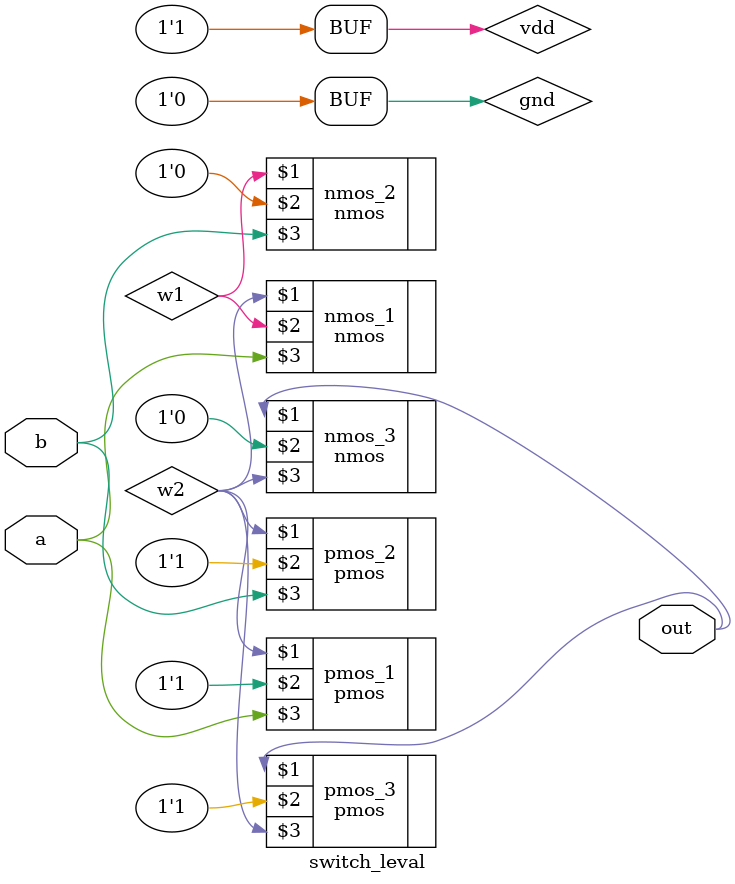
<source format=v>
module switch_leval(input a,b,output out);
wire w1,w2;
supply0 gnd;
supply1 vdd;
pmos pmos_1(w2,vdd,a);
pmos pmos_2(w2,vdd,b);
nmos nmos_1(w2,w1,a);
nmos nmos_2(w1,gnd,b);
pmos pmos_3(out,vdd,w2);
nmos nmos_3(out,gnd,w2);
endmodule

</source>
